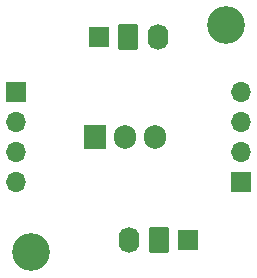
<source format=gbs>
G04 #@! TF.GenerationSoftware,KiCad,Pcbnew,7.0.1*
G04 #@! TF.CreationDate,2023-08-26T15:59:25-05:00*
G04 #@! TF.ProjectId,Single Mosfet Board,53696e67-6c65-4204-9d6f-736665742042,rev?*
G04 #@! TF.SameCoordinates,Original*
G04 #@! TF.FileFunction,Soldermask,Bot*
G04 #@! TF.FilePolarity,Negative*
%FSLAX46Y46*%
G04 Gerber Fmt 4.6, Leading zero omitted, Abs format (unit mm)*
G04 Created by KiCad (PCBNEW 7.0.1) date 2023-08-26 15:59:25*
%MOMM*%
%LPD*%
G01*
G04 APERTURE LIST*
G04 Aperture macros list*
%AMRoundRect*
0 Rectangle with rounded corners*
0 $1 Rounding radius*
0 $2 $3 $4 $5 $6 $7 $8 $9 X,Y pos of 4 corners*
0 Add a 4 corners polygon primitive as box body*
4,1,4,$2,$3,$4,$5,$6,$7,$8,$9,$2,$3,0*
0 Add four circle primitives for the rounded corners*
1,1,$1+$1,$2,$3*
1,1,$1+$1,$4,$5*
1,1,$1+$1,$6,$7*
1,1,$1+$1,$8,$9*
0 Add four rect primitives between the rounded corners*
20,1,$1+$1,$2,$3,$4,$5,0*
20,1,$1+$1,$4,$5,$6,$7,0*
20,1,$1+$1,$6,$7,$8,$9,0*
20,1,$1+$1,$8,$9,$2,$3,0*%
G04 Aperture macros list end*
%ADD10C,3.200000*%
%ADD11R,1.905000X2.000000*%
%ADD12O,1.905000X2.000000*%
%ADD13R,1.700000X1.700000*%
%ADD14O,1.700000X1.700000*%
%ADD15RoundRect,0.250000X-0.620000X-0.845000X0.620000X-0.845000X0.620000X0.845000X-0.620000X0.845000X0*%
%ADD16O,1.740000X2.190000*%
%ADD17RoundRect,0.250000X0.620000X0.845000X-0.620000X0.845000X-0.620000X-0.845000X0.620000X-0.845000X0*%
G04 APERTURE END LIST*
D10*
X147500000Y-75250000D03*
X131000000Y-94500000D03*
D11*
X136420000Y-84750000D03*
D12*
X138960000Y-84750000D03*
X141500000Y-84750000D03*
D13*
X148750000Y-88500000D03*
D14*
X148750000Y-85960000D03*
X148750000Y-83420000D03*
X148750000Y-80880000D03*
D13*
X136750000Y-76250000D03*
D15*
X139210000Y-76250000D03*
D16*
X141750000Y-76250000D03*
X139330000Y-93430000D03*
D17*
X141870000Y-93430000D03*
D13*
X144330000Y-93430000D03*
D14*
X129750000Y-88500000D03*
X129750000Y-85960000D03*
X129750000Y-83420000D03*
D13*
X129750000Y-80880000D03*
M02*

</source>
